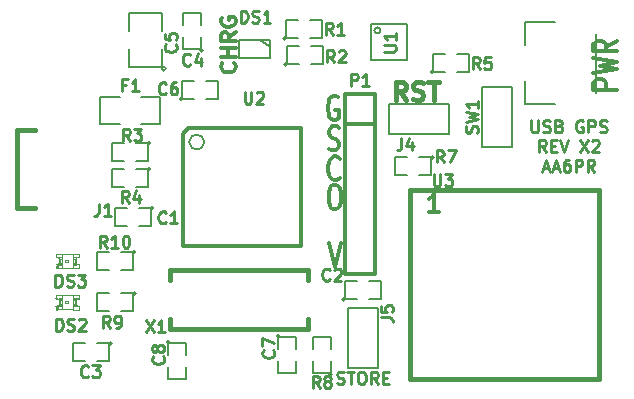
<source format=gto>
G04 (created by PCBNEW (2013-05-31 BZR 4019)-stable) date 7/20/2013 3:51:13 PM*
%MOIN*%
G04 Gerber Fmt 3.4, Leading zero omitted, Abs format*
%FSLAX34Y34*%
G01*
G70*
G90*
G04 APERTURE LIST*
%ADD10C,0.00590551*%
%ADD11C,0.012*%
%ADD12C,0.01*%
%ADD13C,0.015*%
%ADD14C,0.008*%
%ADD15C,0.005*%
%ADD16C,0.0026*%
%ADD17C,0.004*%
%ADD18C,0.002*%
%ADD19C,0.006*%
G04 APERTURE END LIST*
G54D10*
G54D11*
X18454Y-11807D02*
X18478Y-11830D01*
X18502Y-11902D01*
X18502Y-11950D01*
X18478Y-12021D01*
X18430Y-12069D01*
X18383Y-12092D01*
X18288Y-12116D01*
X18216Y-12116D01*
X18121Y-12092D01*
X18073Y-12069D01*
X18026Y-12021D01*
X18002Y-11950D01*
X18002Y-11902D01*
X18026Y-11830D01*
X18050Y-11807D01*
X18502Y-11592D02*
X18002Y-11592D01*
X18240Y-11592D02*
X18240Y-11307D01*
X18502Y-11307D02*
X18002Y-11307D01*
X18502Y-10783D02*
X18264Y-10950D01*
X18502Y-11069D02*
X18002Y-11069D01*
X18002Y-10878D01*
X18026Y-10830D01*
X18050Y-10807D01*
X18097Y-10783D01*
X18169Y-10783D01*
X18216Y-10807D01*
X18240Y-10830D01*
X18264Y-10878D01*
X18264Y-11069D01*
X18026Y-10307D02*
X18002Y-10354D01*
X18002Y-10426D01*
X18026Y-10497D01*
X18073Y-10545D01*
X18121Y-10569D01*
X18216Y-10592D01*
X18288Y-10592D01*
X18383Y-10569D01*
X18430Y-10545D01*
X18478Y-10497D01*
X18502Y-10426D01*
X18502Y-10378D01*
X18478Y-10307D01*
X18454Y-10283D01*
X18288Y-10283D01*
X18288Y-10378D01*
X21600Y-17798D02*
X21800Y-18598D01*
X22000Y-17798D01*
X21742Y-15873D02*
X21857Y-15873D01*
X21914Y-15911D01*
X21971Y-15988D01*
X22000Y-16140D01*
X22000Y-16407D01*
X21971Y-16559D01*
X21914Y-16635D01*
X21857Y-16673D01*
X21742Y-16673D01*
X21685Y-16635D01*
X21628Y-16559D01*
X21600Y-16407D01*
X21600Y-16140D01*
X21628Y-15988D01*
X21685Y-15911D01*
X21742Y-15873D01*
X21960Y-15647D02*
X21932Y-15685D01*
X21846Y-15723D01*
X21789Y-15723D01*
X21703Y-15685D01*
X21646Y-15609D01*
X21617Y-15533D01*
X21589Y-15380D01*
X21589Y-15266D01*
X21617Y-15114D01*
X21646Y-15038D01*
X21703Y-14961D01*
X21789Y-14923D01*
X21846Y-14923D01*
X21932Y-14961D01*
X21960Y-15000D01*
X21603Y-14685D02*
X21689Y-14723D01*
X21832Y-14723D01*
X21889Y-14685D01*
X21917Y-14647D01*
X21946Y-14571D01*
X21946Y-14495D01*
X21917Y-14419D01*
X21889Y-14380D01*
X21832Y-14342D01*
X21717Y-14304D01*
X21660Y-14266D01*
X21632Y-14228D01*
X21603Y-14152D01*
X21603Y-14076D01*
X21632Y-14000D01*
X21660Y-13961D01*
X21717Y-13923D01*
X21860Y-13923D01*
X21946Y-13961D01*
X21909Y-12947D02*
X21851Y-12909D01*
X21766Y-12909D01*
X21680Y-12947D01*
X21623Y-13023D01*
X21594Y-13100D01*
X21566Y-13252D01*
X21566Y-13366D01*
X21594Y-13519D01*
X21623Y-13595D01*
X21680Y-13671D01*
X21766Y-13709D01*
X21823Y-13709D01*
X21909Y-13671D01*
X21937Y-13633D01*
X21937Y-13366D01*
X21823Y-13366D01*
G54D12*
X21879Y-22485D02*
X21936Y-22504D01*
X22031Y-22504D01*
X22069Y-22485D01*
X22088Y-22466D01*
X22107Y-22428D01*
X22107Y-22390D01*
X22088Y-22352D01*
X22069Y-22332D01*
X22031Y-22313D01*
X21955Y-22294D01*
X21917Y-22275D01*
X21898Y-22256D01*
X21879Y-22218D01*
X21879Y-22180D01*
X21898Y-22142D01*
X21917Y-22123D01*
X21955Y-22104D01*
X22050Y-22104D01*
X22107Y-22123D01*
X22221Y-22104D02*
X22450Y-22104D01*
X22336Y-22504D02*
X22336Y-22104D01*
X22660Y-22104D02*
X22736Y-22104D01*
X22774Y-22123D01*
X22812Y-22161D01*
X22831Y-22237D01*
X22831Y-22371D01*
X22812Y-22447D01*
X22774Y-22485D01*
X22736Y-22504D01*
X22660Y-22504D01*
X22621Y-22485D01*
X22583Y-22447D01*
X22564Y-22371D01*
X22564Y-22237D01*
X22583Y-22161D01*
X22621Y-22123D01*
X22660Y-22104D01*
X23231Y-22504D02*
X23098Y-22313D01*
X23002Y-22504D02*
X23002Y-22104D01*
X23155Y-22104D01*
X23193Y-22123D01*
X23212Y-22142D01*
X23231Y-22180D01*
X23231Y-22237D01*
X23212Y-22275D01*
X23193Y-22294D01*
X23155Y-22313D01*
X23002Y-22313D01*
X23402Y-22294D02*
X23536Y-22294D01*
X23593Y-22504D02*
X23402Y-22504D01*
X23402Y-22104D01*
X23593Y-22104D01*
G54D11*
X31223Y-12700D02*
X30423Y-12700D01*
X30423Y-12471D01*
X30461Y-12414D01*
X30500Y-12385D01*
X30576Y-12357D01*
X30690Y-12357D01*
X30766Y-12385D01*
X30804Y-12414D01*
X30842Y-12471D01*
X30842Y-12700D01*
X30423Y-12157D02*
X31223Y-12014D01*
X30652Y-11900D01*
X31223Y-11785D01*
X30423Y-11642D01*
X31223Y-11071D02*
X30842Y-11271D01*
X31223Y-11414D02*
X30423Y-11414D01*
X30423Y-11185D01*
X30461Y-11128D01*
X30500Y-11100D01*
X30576Y-11071D01*
X30690Y-11071D01*
X30766Y-11100D01*
X30804Y-11128D01*
X30842Y-11185D01*
X30842Y-11414D01*
G54D13*
X24179Y-13038D02*
X23979Y-12752D01*
X23836Y-13038D02*
X23836Y-12438D01*
X24065Y-12438D01*
X24122Y-12466D01*
X24150Y-12495D01*
X24179Y-12552D01*
X24179Y-12638D01*
X24150Y-12695D01*
X24122Y-12723D01*
X24065Y-12752D01*
X23836Y-12752D01*
X24407Y-13009D02*
X24493Y-13038D01*
X24636Y-13038D01*
X24693Y-13009D01*
X24722Y-12980D01*
X24750Y-12923D01*
X24750Y-12866D01*
X24722Y-12809D01*
X24693Y-12780D01*
X24636Y-12752D01*
X24522Y-12723D01*
X24465Y-12695D01*
X24436Y-12666D01*
X24407Y-12609D01*
X24407Y-12552D01*
X24436Y-12495D01*
X24465Y-12466D01*
X24522Y-12438D01*
X24665Y-12438D01*
X24750Y-12466D01*
X24922Y-12438D02*
X25265Y-12438D01*
X25093Y-13038D02*
X25093Y-12438D01*
G54D12*
X28352Y-13711D02*
X28352Y-14035D01*
X28371Y-14073D01*
X28390Y-14092D01*
X28428Y-14111D01*
X28504Y-14111D01*
X28542Y-14092D01*
X28561Y-14073D01*
X28580Y-14035D01*
X28580Y-13711D01*
X28752Y-14092D02*
X28809Y-14111D01*
X28904Y-14111D01*
X28942Y-14092D01*
X28961Y-14073D01*
X28980Y-14035D01*
X28980Y-13997D01*
X28961Y-13959D01*
X28942Y-13940D01*
X28904Y-13921D01*
X28828Y-13902D01*
X28790Y-13883D01*
X28771Y-13864D01*
X28752Y-13826D01*
X28752Y-13788D01*
X28771Y-13750D01*
X28790Y-13730D01*
X28828Y-13711D01*
X28923Y-13711D01*
X28980Y-13730D01*
X29285Y-13902D02*
X29342Y-13921D01*
X29361Y-13940D01*
X29380Y-13978D01*
X29380Y-14035D01*
X29361Y-14073D01*
X29342Y-14092D01*
X29304Y-14111D01*
X29152Y-14111D01*
X29152Y-13711D01*
X29285Y-13711D01*
X29323Y-13730D01*
X29342Y-13750D01*
X29361Y-13788D01*
X29361Y-13826D01*
X29342Y-13864D01*
X29323Y-13883D01*
X29285Y-13902D01*
X29152Y-13902D01*
X30066Y-13730D02*
X30028Y-13711D01*
X29971Y-13711D01*
X29914Y-13730D01*
X29876Y-13769D01*
X29857Y-13807D01*
X29838Y-13883D01*
X29838Y-13940D01*
X29857Y-14016D01*
X29876Y-14054D01*
X29914Y-14092D01*
X29971Y-14111D01*
X30009Y-14111D01*
X30066Y-14092D01*
X30085Y-14073D01*
X30085Y-13940D01*
X30009Y-13940D01*
X30257Y-14111D02*
X30257Y-13711D01*
X30409Y-13711D01*
X30447Y-13730D01*
X30466Y-13750D01*
X30485Y-13788D01*
X30485Y-13845D01*
X30466Y-13883D01*
X30447Y-13902D01*
X30409Y-13921D01*
X30257Y-13921D01*
X30638Y-14092D02*
X30695Y-14111D01*
X30790Y-14111D01*
X30828Y-14092D01*
X30847Y-14073D01*
X30866Y-14035D01*
X30866Y-13997D01*
X30847Y-13959D01*
X30828Y-13940D01*
X30790Y-13921D01*
X30714Y-13902D01*
X30676Y-13883D01*
X30657Y-13864D01*
X30638Y-13826D01*
X30638Y-13788D01*
X30657Y-13750D01*
X30676Y-13730D01*
X30714Y-13711D01*
X30809Y-13711D01*
X30866Y-13730D01*
X28838Y-14771D02*
X28704Y-14581D01*
X28609Y-14771D02*
X28609Y-14371D01*
X28761Y-14371D01*
X28800Y-14390D01*
X28819Y-14410D01*
X28838Y-14448D01*
X28838Y-14505D01*
X28819Y-14543D01*
X28800Y-14562D01*
X28761Y-14581D01*
X28609Y-14581D01*
X29009Y-14562D02*
X29142Y-14562D01*
X29200Y-14771D02*
X29009Y-14771D01*
X29009Y-14371D01*
X29200Y-14371D01*
X29314Y-14371D02*
X29447Y-14771D01*
X29580Y-14371D01*
X29980Y-14371D02*
X30247Y-14771D01*
X30247Y-14371D02*
X29980Y-14771D01*
X30380Y-14410D02*
X30400Y-14390D01*
X30438Y-14371D01*
X30533Y-14371D01*
X30571Y-14390D01*
X30590Y-14410D01*
X30609Y-14448D01*
X30609Y-14486D01*
X30590Y-14543D01*
X30361Y-14771D01*
X30609Y-14771D01*
X28742Y-15317D02*
X28933Y-15317D01*
X28704Y-15431D02*
X28838Y-15031D01*
X28971Y-15431D01*
X29085Y-15317D02*
X29276Y-15317D01*
X29047Y-15431D02*
X29180Y-15031D01*
X29314Y-15431D01*
X29619Y-15031D02*
X29542Y-15031D01*
X29504Y-15050D01*
X29485Y-15070D01*
X29447Y-15127D01*
X29428Y-15203D01*
X29428Y-15355D01*
X29447Y-15393D01*
X29466Y-15412D01*
X29504Y-15431D01*
X29580Y-15431D01*
X29619Y-15412D01*
X29638Y-15393D01*
X29657Y-15355D01*
X29657Y-15260D01*
X29638Y-15222D01*
X29619Y-15203D01*
X29580Y-15184D01*
X29504Y-15184D01*
X29466Y-15203D01*
X29447Y-15222D01*
X29428Y-15260D01*
X29828Y-15431D02*
X29828Y-15031D01*
X29980Y-15031D01*
X30019Y-15050D01*
X30038Y-15070D01*
X30057Y-15108D01*
X30057Y-15165D01*
X30038Y-15203D01*
X30019Y-15222D01*
X29980Y-15241D01*
X29828Y-15241D01*
X30457Y-15431D02*
X30323Y-15241D01*
X30228Y-15431D02*
X30228Y-15031D01*
X30380Y-15031D01*
X30419Y-15050D01*
X30438Y-15070D01*
X30457Y-15108D01*
X30457Y-15165D01*
X30438Y-15203D01*
X30419Y-15222D01*
X30380Y-15241D01*
X30228Y-15241D01*
G54D14*
X23322Y-10722D02*
G75*
G03X23322Y-10722I-100J0D01*
G74*
G01*
X23022Y-11722D02*
X23022Y-10522D01*
X23022Y-10522D02*
X24222Y-10522D01*
X24222Y-10522D02*
X24222Y-11722D01*
X24222Y-11722D02*
X23022Y-11722D01*
G54D13*
X11220Y-14054D02*
X11811Y-14054D01*
X11220Y-16652D02*
X11811Y-16652D01*
X11220Y-14054D02*
X11220Y-16652D01*
G54D15*
X20167Y-10988D02*
G75*
G03X20167Y-10988I-50J0D01*
G74*
G01*
X20567Y-10988D02*
X20167Y-10988D01*
X20167Y-10988D02*
X20167Y-10388D01*
X20167Y-10388D02*
X20567Y-10388D01*
X20967Y-10388D02*
X21367Y-10388D01*
X21367Y-10388D02*
X21367Y-10988D01*
X21367Y-10988D02*
X20967Y-10988D01*
X20207Y-11855D02*
G75*
G03X20207Y-11855I-50J0D01*
G74*
G01*
X20607Y-11855D02*
X20207Y-11855D01*
X20207Y-11855D02*
X20207Y-11255D01*
X20207Y-11255D02*
X20607Y-11255D01*
X21007Y-11255D02*
X21407Y-11255D01*
X21407Y-11255D02*
X21407Y-11855D01*
X21407Y-11855D02*
X21007Y-11855D01*
X15660Y-14463D02*
G75*
G03X15660Y-14463I-50J0D01*
G74*
G01*
X15160Y-14463D02*
X15560Y-14463D01*
X15560Y-14463D02*
X15560Y-15063D01*
X15560Y-15063D02*
X15160Y-15063D01*
X14760Y-15063D02*
X14360Y-15063D01*
X14360Y-15063D02*
X14360Y-14463D01*
X14360Y-14463D02*
X14760Y-14463D01*
X15660Y-15349D02*
G75*
G03X15660Y-15349I-50J0D01*
G74*
G01*
X15160Y-15349D02*
X15560Y-15349D01*
X15560Y-15349D02*
X15560Y-15949D01*
X15560Y-15949D02*
X15160Y-15949D01*
X14760Y-15949D02*
X14360Y-15949D01*
X14360Y-15949D02*
X14360Y-15349D01*
X14360Y-15349D02*
X14760Y-15349D01*
X25088Y-12111D02*
G75*
G03X25088Y-12111I-50J0D01*
G74*
G01*
X25488Y-12111D02*
X25088Y-12111D01*
X25088Y-12111D02*
X25088Y-11511D01*
X25088Y-11511D02*
X25488Y-11511D01*
X25888Y-11511D02*
X26288Y-11511D01*
X26288Y-11511D02*
X26288Y-12111D01*
X26288Y-12111D02*
X25888Y-12111D01*
X25109Y-14955D02*
G75*
G03X25109Y-14955I-50J0D01*
G74*
G01*
X24609Y-14955D02*
X25009Y-14955D01*
X25009Y-14955D02*
X25009Y-15555D01*
X25009Y-15555D02*
X24609Y-15555D01*
X24209Y-15555D02*
X23809Y-15555D01*
X23809Y-15555D02*
X23809Y-14955D01*
X23809Y-14955D02*
X24209Y-14955D01*
X15168Y-19483D02*
G75*
G03X15168Y-19483I-50J0D01*
G74*
G01*
X14668Y-19483D02*
X15068Y-19483D01*
X15068Y-19483D02*
X15068Y-20083D01*
X15068Y-20083D02*
X14668Y-20083D01*
X14268Y-20083D02*
X13868Y-20083D01*
X13868Y-20083D02*
X13868Y-19483D01*
X13868Y-19483D02*
X14268Y-19483D01*
X15759Y-16629D02*
G75*
G03X15759Y-16629I-50J0D01*
G74*
G01*
X15259Y-16629D02*
X15659Y-16629D01*
X15659Y-16629D02*
X15659Y-17229D01*
X15659Y-17229D02*
X15259Y-17229D01*
X14859Y-17229D02*
X14459Y-17229D01*
X14459Y-17229D02*
X14459Y-16629D01*
X14459Y-16629D02*
X14859Y-16629D01*
X22136Y-19689D02*
G75*
G03X22136Y-19689I-50J0D01*
G74*
G01*
X22536Y-19689D02*
X22136Y-19689D01*
X22136Y-19689D02*
X22136Y-19089D01*
X22136Y-19089D02*
X22536Y-19089D01*
X22936Y-19089D02*
X23336Y-19089D01*
X23336Y-19089D02*
X23336Y-19689D01*
X23336Y-19689D02*
X22936Y-19689D01*
X14381Y-21156D02*
G75*
G03X14381Y-21156I-50J0D01*
G74*
G01*
X13881Y-21156D02*
X14281Y-21156D01*
X14281Y-21156D02*
X14281Y-21756D01*
X14281Y-21756D02*
X13881Y-21756D01*
X13481Y-21756D02*
X13081Y-21756D01*
X13081Y-21756D02*
X13081Y-21156D01*
X13081Y-21156D02*
X13481Y-21156D01*
X16723Y-12996D02*
G75*
G03X16723Y-12996I-50J0D01*
G74*
G01*
X17123Y-12996D02*
X16723Y-12996D01*
X16723Y-12996D02*
X16723Y-12396D01*
X16723Y-12396D02*
X17123Y-12396D01*
X17523Y-12396D02*
X17923Y-12396D01*
X17923Y-12396D02*
X17923Y-12996D01*
X17923Y-12996D02*
X17523Y-12996D01*
X19950Y-20900D02*
G75*
G03X19950Y-20900I-50J0D01*
G74*
G01*
X19900Y-21350D02*
X19900Y-20950D01*
X19900Y-20950D02*
X20500Y-20950D01*
X20500Y-20950D02*
X20500Y-21350D01*
X20500Y-21750D02*
X20500Y-22150D01*
X20500Y-22150D02*
X19900Y-22150D01*
X19900Y-22150D02*
X19900Y-21750D01*
X16285Y-21101D02*
G75*
G03X16285Y-21101I-50J0D01*
G74*
G01*
X16235Y-21551D02*
X16235Y-21151D01*
X16235Y-21151D02*
X16835Y-21151D01*
X16835Y-21151D02*
X16835Y-21551D01*
X16835Y-21951D02*
X16835Y-22351D01*
X16835Y-22351D02*
X16235Y-22351D01*
X16235Y-22351D02*
X16235Y-21951D01*
X15975Y-13825D02*
X15975Y-12925D01*
X15975Y-12925D02*
X15325Y-12925D01*
X14625Y-13825D02*
X13975Y-13825D01*
X13975Y-13825D02*
X13975Y-12925D01*
X13975Y-12925D02*
X14625Y-12925D01*
X15325Y-13825D02*
X15975Y-13825D01*
G54D13*
X20905Y-18701D02*
X16299Y-18701D01*
X16299Y-20669D02*
X20905Y-20669D01*
X16299Y-18701D02*
X16299Y-19035D01*
X16299Y-20669D02*
X16299Y-20335D01*
X20905Y-18701D02*
X20905Y-19035D01*
X20905Y-20669D02*
X20905Y-20335D01*
G54D16*
X12697Y-18287D02*
X12697Y-18159D01*
X12697Y-18159D02*
X12500Y-18159D01*
X12500Y-18287D02*
X12500Y-18159D01*
X12697Y-18287D02*
X12500Y-18287D01*
X12697Y-18532D02*
X12697Y-18473D01*
X12697Y-18473D02*
X12598Y-18473D01*
X12598Y-18532D02*
X12598Y-18473D01*
X12697Y-18532D02*
X12598Y-18532D01*
X12697Y-18337D02*
X12697Y-18278D01*
X12697Y-18278D02*
X12598Y-18278D01*
X12598Y-18337D02*
X12598Y-18278D01*
X12697Y-18337D02*
X12598Y-18337D01*
X12697Y-18483D02*
X12697Y-18327D01*
X12697Y-18327D02*
X12628Y-18327D01*
X12628Y-18483D02*
X12628Y-18327D01*
X12697Y-18483D02*
X12628Y-18483D01*
X13286Y-18287D02*
X13286Y-18159D01*
X13286Y-18159D02*
X13089Y-18159D01*
X13089Y-18287D02*
X13089Y-18159D01*
X13286Y-18287D02*
X13089Y-18287D01*
X13286Y-18651D02*
X13286Y-18523D01*
X13286Y-18523D02*
X13089Y-18523D01*
X13089Y-18651D02*
X13089Y-18523D01*
X13286Y-18651D02*
X13089Y-18651D01*
X13188Y-18337D02*
X13188Y-18278D01*
X13188Y-18278D02*
X13089Y-18278D01*
X13089Y-18337D02*
X13089Y-18278D01*
X13188Y-18337D02*
X13089Y-18337D01*
X13188Y-18532D02*
X13188Y-18473D01*
X13188Y-18473D02*
X13089Y-18473D01*
X13089Y-18532D02*
X13089Y-18473D01*
X13188Y-18532D02*
X13089Y-18532D01*
X13158Y-18483D02*
X13158Y-18327D01*
X13158Y-18327D02*
X13089Y-18327D01*
X13089Y-18483D02*
X13089Y-18327D01*
X13158Y-18483D02*
X13089Y-18483D01*
X12893Y-18444D02*
X12893Y-18366D01*
X12893Y-18366D02*
X12815Y-18366D01*
X12815Y-18444D02*
X12815Y-18366D01*
X12893Y-18444D02*
X12815Y-18444D01*
X12697Y-18641D02*
X12697Y-18523D01*
X12697Y-18523D02*
X12579Y-18523D01*
X12579Y-18641D02*
X12579Y-18523D01*
X12697Y-18641D02*
X12579Y-18641D01*
X12529Y-18651D02*
X12529Y-18562D01*
X12529Y-18562D02*
X12500Y-18562D01*
X12500Y-18651D02*
X12500Y-18562D01*
X12529Y-18651D02*
X12500Y-18651D01*
G54D17*
X12687Y-18179D02*
X13099Y-18179D01*
X13089Y-18631D02*
X12529Y-18631D01*
G54D18*
X12587Y-18582D02*
G75*
G03X12587Y-18582I-28J0D01*
G74*
G01*
G54D17*
X12500Y-18542D02*
G75*
G03X12500Y-18268I0J137D01*
G74*
G01*
X13286Y-18268D02*
G75*
G03X13286Y-18542I0J-137D01*
G74*
G01*
G54D16*
X12697Y-19665D02*
X12697Y-19537D01*
X12697Y-19537D02*
X12500Y-19537D01*
X12500Y-19665D02*
X12500Y-19537D01*
X12697Y-19665D02*
X12500Y-19665D01*
X12697Y-19910D02*
X12697Y-19851D01*
X12697Y-19851D02*
X12598Y-19851D01*
X12598Y-19910D02*
X12598Y-19851D01*
X12697Y-19910D02*
X12598Y-19910D01*
X12697Y-19715D02*
X12697Y-19656D01*
X12697Y-19656D02*
X12598Y-19656D01*
X12598Y-19715D02*
X12598Y-19656D01*
X12697Y-19715D02*
X12598Y-19715D01*
X12697Y-19861D02*
X12697Y-19705D01*
X12697Y-19705D02*
X12628Y-19705D01*
X12628Y-19861D02*
X12628Y-19705D01*
X12697Y-19861D02*
X12628Y-19861D01*
X13286Y-19665D02*
X13286Y-19537D01*
X13286Y-19537D02*
X13089Y-19537D01*
X13089Y-19665D02*
X13089Y-19537D01*
X13286Y-19665D02*
X13089Y-19665D01*
X13286Y-20029D02*
X13286Y-19901D01*
X13286Y-19901D02*
X13089Y-19901D01*
X13089Y-20029D02*
X13089Y-19901D01*
X13286Y-20029D02*
X13089Y-20029D01*
X13188Y-19715D02*
X13188Y-19656D01*
X13188Y-19656D02*
X13089Y-19656D01*
X13089Y-19715D02*
X13089Y-19656D01*
X13188Y-19715D02*
X13089Y-19715D01*
X13188Y-19910D02*
X13188Y-19851D01*
X13188Y-19851D02*
X13089Y-19851D01*
X13089Y-19910D02*
X13089Y-19851D01*
X13188Y-19910D02*
X13089Y-19910D01*
X13158Y-19861D02*
X13158Y-19705D01*
X13158Y-19705D02*
X13089Y-19705D01*
X13089Y-19861D02*
X13089Y-19705D01*
X13158Y-19861D02*
X13089Y-19861D01*
X12893Y-19822D02*
X12893Y-19744D01*
X12893Y-19744D02*
X12815Y-19744D01*
X12815Y-19822D02*
X12815Y-19744D01*
X12893Y-19822D02*
X12815Y-19822D01*
X12697Y-20019D02*
X12697Y-19901D01*
X12697Y-19901D02*
X12579Y-19901D01*
X12579Y-20019D02*
X12579Y-19901D01*
X12697Y-20019D02*
X12579Y-20019D01*
X12529Y-20029D02*
X12529Y-19940D01*
X12529Y-19940D02*
X12500Y-19940D01*
X12500Y-20029D02*
X12500Y-19940D01*
X12529Y-20029D02*
X12500Y-20029D01*
G54D17*
X12687Y-19557D02*
X13099Y-19557D01*
X13089Y-20009D02*
X12529Y-20009D01*
G54D18*
X12587Y-19960D02*
G75*
G03X12587Y-19960I-28J0D01*
G74*
G01*
G54D17*
X12500Y-19920D02*
G75*
G03X12500Y-19646I0J137D01*
G74*
G01*
X13286Y-19646D02*
G75*
G03X13286Y-19920I0J-137D01*
G74*
G01*
G54D19*
X23606Y-14181D02*
X23606Y-13181D01*
X23606Y-13181D02*
X25606Y-13181D01*
X25606Y-13181D02*
X25606Y-14181D01*
X25606Y-14181D02*
X23606Y-14181D01*
X22236Y-19964D02*
X23236Y-19964D01*
X23236Y-19964D02*
X23236Y-21964D01*
X23236Y-21964D02*
X22236Y-21964D01*
X22236Y-21964D02*
X22236Y-19964D01*
G54D15*
X15168Y-18105D02*
G75*
G03X15168Y-18105I-50J0D01*
G74*
G01*
X14668Y-18105D02*
X15068Y-18105D01*
X15068Y-18105D02*
X15068Y-18705D01*
X15068Y-18705D02*
X14668Y-18705D01*
X14268Y-18705D02*
X13868Y-18705D01*
X13868Y-18705D02*
X13868Y-18105D01*
X13868Y-18105D02*
X14268Y-18105D01*
X19314Y-11038D02*
X19614Y-11238D01*
X18614Y-11038D02*
X19639Y-11038D01*
X19639Y-11038D02*
X19639Y-11638D01*
X19639Y-11638D02*
X18614Y-11638D01*
X18614Y-11638D02*
X18614Y-11038D01*
G54D13*
X24310Y-19192D02*
X24310Y-16042D01*
X24310Y-16042D02*
X30610Y-16042D01*
X30610Y-16042D02*
X30610Y-21554D01*
X30610Y-21554D02*
X30610Y-22342D01*
X30610Y-22342D02*
X24310Y-22342D01*
X24310Y-22342D02*
X24310Y-19192D01*
G54D15*
X17400Y-11400D02*
G75*
G03X17400Y-11400I-50J0D01*
G74*
G01*
X17350Y-10950D02*
X17350Y-11350D01*
X17350Y-11350D02*
X16750Y-11350D01*
X16750Y-11350D02*
X16750Y-10950D01*
X16750Y-10550D02*
X16750Y-10150D01*
X16750Y-10150D02*
X17350Y-10150D01*
X17350Y-10150D02*
X17350Y-10550D01*
X16170Y-12000D02*
G75*
G03X16170Y-12000I-70J0D01*
G74*
G01*
X14950Y-11350D02*
X14950Y-11950D01*
X14950Y-11950D02*
X16050Y-11950D01*
X16050Y-11950D02*
X16050Y-11350D01*
X16050Y-10750D02*
X16050Y-10150D01*
X16050Y-10150D02*
X14950Y-10150D01*
X14950Y-10150D02*
X14950Y-10750D01*
X21708Y-22205D02*
G75*
G03X21708Y-22205I-50J0D01*
G74*
G01*
X21658Y-21755D02*
X21658Y-22155D01*
X21658Y-22155D02*
X21058Y-22155D01*
X21058Y-22155D02*
X21058Y-21755D01*
X21058Y-21355D02*
X21058Y-20955D01*
X21058Y-20955D02*
X21658Y-20955D01*
X21658Y-20955D02*
X21658Y-21355D01*
G54D11*
X20670Y-13974D02*
X20670Y-17914D01*
X20670Y-17914D02*
X16730Y-17914D01*
X16730Y-14164D02*
X16730Y-17914D01*
X16920Y-13974D02*
X20670Y-13974D01*
X16730Y-14164D02*
X16920Y-13974D01*
G54D14*
X17450Y-14444D02*
G75*
G03X17450Y-14444I-250J0D01*
G74*
G01*
G54D11*
X22137Y-12846D02*
X23137Y-12846D01*
X23137Y-12846D02*
X23137Y-18846D01*
X23137Y-18846D02*
X22137Y-18846D01*
X22137Y-18846D02*
X22137Y-12846D01*
X22137Y-13846D02*
X23137Y-13846D01*
G54D10*
X28149Y-12401D02*
X28149Y-13188D01*
X28149Y-13188D02*
X29133Y-13188D01*
X29133Y-10433D02*
X28149Y-10433D01*
X28149Y-10433D02*
X28149Y-11220D01*
X30511Y-10826D02*
X30511Y-12795D01*
G54D19*
X26700Y-12600D02*
X27700Y-12600D01*
X27700Y-12600D02*
X27700Y-14600D01*
X27700Y-14600D02*
X26700Y-14600D01*
X26700Y-14600D02*
X26700Y-12600D01*
G54D12*
X23430Y-11432D02*
X23754Y-11432D01*
X23792Y-11413D01*
X23811Y-11394D01*
X23830Y-11356D01*
X23830Y-11280D01*
X23811Y-11242D01*
X23792Y-11223D01*
X23754Y-11204D01*
X23430Y-11204D01*
X23830Y-10804D02*
X23830Y-11032D01*
X23830Y-10918D02*
X23430Y-10918D01*
X23488Y-10956D01*
X23526Y-10994D01*
X23545Y-11032D01*
X13941Y-16493D02*
X13941Y-16779D01*
X13922Y-16836D01*
X13884Y-16874D01*
X13827Y-16893D01*
X13789Y-16893D01*
X14341Y-16893D02*
X14113Y-16893D01*
X14227Y-16893D02*
X14227Y-16493D01*
X14189Y-16551D01*
X14151Y-16589D01*
X14113Y-16608D01*
X21733Y-10861D02*
X21600Y-10671D01*
X21504Y-10861D02*
X21504Y-10461D01*
X21657Y-10461D01*
X21695Y-10480D01*
X21714Y-10500D01*
X21733Y-10538D01*
X21733Y-10595D01*
X21714Y-10633D01*
X21695Y-10652D01*
X21657Y-10671D01*
X21504Y-10671D01*
X22114Y-10861D02*
X21885Y-10861D01*
X22000Y-10861D02*
X22000Y-10461D01*
X21961Y-10519D01*
X21923Y-10557D01*
X21885Y-10576D01*
X21783Y-11786D02*
X21650Y-11596D01*
X21554Y-11786D02*
X21554Y-11386D01*
X21707Y-11386D01*
X21745Y-11405D01*
X21764Y-11425D01*
X21783Y-11463D01*
X21783Y-11520D01*
X21764Y-11558D01*
X21745Y-11577D01*
X21707Y-11596D01*
X21554Y-11596D01*
X21935Y-11425D02*
X21954Y-11405D01*
X21992Y-11386D01*
X22088Y-11386D01*
X22126Y-11405D01*
X22145Y-11425D01*
X22164Y-11463D01*
X22164Y-11501D01*
X22145Y-11558D01*
X21916Y-11786D01*
X22164Y-11786D01*
X14973Y-14401D02*
X14840Y-14211D01*
X14744Y-14401D02*
X14744Y-14001D01*
X14897Y-14001D01*
X14935Y-14020D01*
X14954Y-14040D01*
X14973Y-14078D01*
X14973Y-14135D01*
X14954Y-14173D01*
X14935Y-14192D01*
X14897Y-14211D01*
X14744Y-14211D01*
X15106Y-14001D02*
X15354Y-14001D01*
X15220Y-14154D01*
X15278Y-14154D01*
X15316Y-14173D01*
X15335Y-14192D01*
X15354Y-14230D01*
X15354Y-14325D01*
X15335Y-14363D01*
X15316Y-14382D01*
X15278Y-14401D01*
X15163Y-14401D01*
X15125Y-14382D01*
X15106Y-14363D01*
X14933Y-16461D02*
X14800Y-16271D01*
X14704Y-16461D02*
X14704Y-16061D01*
X14857Y-16061D01*
X14895Y-16080D01*
X14914Y-16100D01*
X14933Y-16138D01*
X14933Y-16195D01*
X14914Y-16233D01*
X14895Y-16252D01*
X14857Y-16271D01*
X14704Y-16271D01*
X15276Y-16195D02*
X15276Y-16461D01*
X15180Y-16042D02*
X15085Y-16328D01*
X15333Y-16328D01*
X26633Y-12011D02*
X26500Y-11821D01*
X26404Y-12011D02*
X26404Y-11611D01*
X26557Y-11611D01*
X26595Y-11630D01*
X26614Y-11650D01*
X26633Y-11688D01*
X26633Y-11745D01*
X26614Y-11783D01*
X26595Y-11802D01*
X26557Y-11821D01*
X26404Y-11821D01*
X26995Y-11611D02*
X26804Y-11611D01*
X26785Y-11802D01*
X26804Y-11783D01*
X26842Y-11764D01*
X26938Y-11764D01*
X26976Y-11783D01*
X26995Y-11802D01*
X27014Y-11840D01*
X27014Y-11935D01*
X26995Y-11973D01*
X26976Y-11992D01*
X26938Y-12011D01*
X26842Y-12011D01*
X26804Y-11992D01*
X26785Y-11973D01*
X25425Y-15122D02*
X25292Y-14932D01*
X25196Y-15122D02*
X25196Y-14722D01*
X25349Y-14722D01*
X25387Y-14741D01*
X25406Y-14760D01*
X25425Y-14798D01*
X25425Y-14855D01*
X25406Y-14893D01*
X25387Y-14913D01*
X25349Y-14932D01*
X25196Y-14932D01*
X25558Y-14722D02*
X25825Y-14722D01*
X25654Y-15122D01*
X14303Y-20634D02*
X14170Y-20443D01*
X14074Y-20634D02*
X14074Y-20234D01*
X14227Y-20234D01*
X14265Y-20253D01*
X14284Y-20272D01*
X14303Y-20310D01*
X14303Y-20367D01*
X14284Y-20405D01*
X14265Y-20424D01*
X14227Y-20443D01*
X14074Y-20443D01*
X14493Y-20634D02*
X14570Y-20634D01*
X14608Y-20615D01*
X14627Y-20596D01*
X14665Y-20539D01*
X14684Y-20462D01*
X14684Y-20310D01*
X14665Y-20272D01*
X14646Y-20253D01*
X14608Y-20234D01*
X14531Y-20234D01*
X14493Y-20253D01*
X14474Y-20272D01*
X14455Y-20310D01*
X14455Y-20405D01*
X14474Y-20443D01*
X14493Y-20462D01*
X14531Y-20481D01*
X14608Y-20481D01*
X14646Y-20462D01*
X14665Y-20443D01*
X14684Y-20405D01*
X16172Y-17118D02*
X16153Y-17137D01*
X16096Y-17157D01*
X16058Y-17157D01*
X16000Y-17137D01*
X15962Y-17099D01*
X15943Y-17061D01*
X15924Y-16985D01*
X15924Y-16928D01*
X15943Y-16852D01*
X15962Y-16814D01*
X16000Y-16776D01*
X16058Y-16757D01*
X16096Y-16757D01*
X16153Y-16776D01*
X16172Y-16795D01*
X16553Y-17157D02*
X16324Y-17157D01*
X16439Y-17157D02*
X16439Y-16757D01*
X16400Y-16814D01*
X16362Y-16852D01*
X16324Y-16871D01*
X21633Y-19023D02*
X21614Y-19042D01*
X21557Y-19061D01*
X21519Y-19061D01*
X21461Y-19042D01*
X21423Y-19004D01*
X21404Y-18966D01*
X21385Y-18890D01*
X21385Y-18833D01*
X21404Y-18757D01*
X21423Y-18719D01*
X21461Y-18680D01*
X21519Y-18661D01*
X21557Y-18661D01*
X21614Y-18680D01*
X21633Y-18700D01*
X21785Y-18700D02*
X21804Y-18680D01*
X21842Y-18661D01*
X21938Y-18661D01*
X21976Y-18680D01*
X21995Y-18700D01*
X22014Y-18738D01*
X22014Y-18776D01*
X21995Y-18833D01*
X21766Y-19061D01*
X22014Y-19061D01*
X13583Y-22248D02*
X13564Y-22267D01*
X13507Y-22286D01*
X13469Y-22286D01*
X13411Y-22267D01*
X13373Y-22229D01*
X13354Y-22191D01*
X13335Y-22115D01*
X13335Y-22058D01*
X13354Y-21982D01*
X13373Y-21944D01*
X13411Y-21905D01*
X13469Y-21886D01*
X13507Y-21886D01*
X13564Y-21905D01*
X13583Y-21925D01*
X13716Y-21886D02*
X13964Y-21886D01*
X13830Y-22039D01*
X13888Y-22039D01*
X13926Y-22058D01*
X13945Y-22077D01*
X13964Y-22115D01*
X13964Y-22210D01*
X13945Y-22248D01*
X13926Y-22267D01*
X13888Y-22286D01*
X13773Y-22286D01*
X13735Y-22267D01*
X13716Y-22248D01*
X16173Y-12820D02*
X16154Y-12839D01*
X16097Y-12858D01*
X16059Y-12858D01*
X16002Y-12839D01*
X15963Y-12801D01*
X15944Y-12763D01*
X15925Y-12687D01*
X15925Y-12630D01*
X15944Y-12553D01*
X15963Y-12515D01*
X16002Y-12477D01*
X16059Y-12458D01*
X16097Y-12458D01*
X16154Y-12477D01*
X16173Y-12496D01*
X16516Y-12458D02*
X16440Y-12458D01*
X16402Y-12477D01*
X16383Y-12496D01*
X16344Y-12553D01*
X16325Y-12630D01*
X16325Y-12782D01*
X16344Y-12820D01*
X16363Y-12839D01*
X16402Y-12858D01*
X16478Y-12858D01*
X16516Y-12839D01*
X16535Y-12820D01*
X16554Y-12782D01*
X16554Y-12687D01*
X16535Y-12649D01*
X16516Y-12630D01*
X16478Y-12611D01*
X16402Y-12611D01*
X16363Y-12630D01*
X16344Y-12649D01*
X16325Y-12687D01*
X19751Y-21386D02*
X19770Y-21405D01*
X19789Y-21462D01*
X19789Y-21500D01*
X19770Y-21557D01*
X19732Y-21596D01*
X19694Y-21615D01*
X19618Y-21634D01*
X19560Y-21634D01*
X19484Y-21615D01*
X19446Y-21596D01*
X19408Y-21557D01*
X19389Y-21500D01*
X19389Y-21462D01*
X19408Y-21405D01*
X19427Y-21386D01*
X19389Y-21253D02*
X19389Y-20986D01*
X19789Y-21157D01*
X16073Y-21591D02*
X16092Y-21610D01*
X16111Y-21667D01*
X16111Y-21705D01*
X16092Y-21763D01*
X16054Y-21801D01*
X16016Y-21820D01*
X15940Y-21839D01*
X15883Y-21839D01*
X15807Y-21820D01*
X15769Y-21801D01*
X15730Y-21763D01*
X15711Y-21705D01*
X15711Y-21667D01*
X15730Y-21610D01*
X15750Y-21591D01*
X15883Y-21363D02*
X15864Y-21401D01*
X15845Y-21420D01*
X15807Y-21439D01*
X15788Y-21439D01*
X15750Y-21420D01*
X15730Y-21401D01*
X15711Y-21363D01*
X15711Y-21286D01*
X15730Y-21248D01*
X15750Y-21229D01*
X15788Y-21210D01*
X15807Y-21210D01*
X15845Y-21229D01*
X15864Y-21248D01*
X15883Y-21286D01*
X15883Y-21363D01*
X15902Y-21401D01*
X15921Y-21420D01*
X15959Y-21439D01*
X16035Y-21439D01*
X16073Y-21420D01*
X16092Y-21401D01*
X16111Y-21363D01*
X16111Y-21286D01*
X16092Y-21248D01*
X16073Y-21229D01*
X16035Y-21210D01*
X15959Y-21210D01*
X15921Y-21229D01*
X15902Y-21248D01*
X15883Y-21286D01*
X14841Y-12539D02*
X14708Y-12539D01*
X14708Y-12749D02*
X14708Y-12349D01*
X14898Y-12349D01*
X15260Y-12749D02*
X15032Y-12749D01*
X15146Y-12749D02*
X15146Y-12349D01*
X15108Y-12406D01*
X15070Y-12444D01*
X15032Y-12463D01*
X15501Y-20386D02*
X15767Y-20786D01*
X15767Y-20386D02*
X15501Y-20786D01*
X16129Y-20786D02*
X15901Y-20786D01*
X16015Y-20786D02*
X16015Y-20386D01*
X15977Y-20444D01*
X15939Y-20482D01*
X15901Y-20501D01*
X12489Y-19261D02*
X12489Y-18861D01*
X12584Y-18861D01*
X12641Y-18880D01*
X12679Y-18919D01*
X12698Y-18957D01*
X12717Y-19033D01*
X12717Y-19090D01*
X12698Y-19166D01*
X12679Y-19204D01*
X12641Y-19242D01*
X12584Y-19261D01*
X12489Y-19261D01*
X12870Y-19242D02*
X12927Y-19261D01*
X13022Y-19261D01*
X13060Y-19242D01*
X13079Y-19223D01*
X13098Y-19185D01*
X13098Y-19147D01*
X13079Y-19109D01*
X13060Y-19090D01*
X13022Y-19071D01*
X12946Y-19052D01*
X12908Y-19033D01*
X12889Y-19014D01*
X12870Y-18976D01*
X12870Y-18938D01*
X12889Y-18900D01*
X12908Y-18880D01*
X12946Y-18861D01*
X13041Y-18861D01*
X13098Y-18880D01*
X13232Y-18861D02*
X13479Y-18861D01*
X13346Y-19014D01*
X13403Y-19014D01*
X13441Y-19033D01*
X13460Y-19052D01*
X13479Y-19090D01*
X13479Y-19185D01*
X13460Y-19223D01*
X13441Y-19242D01*
X13403Y-19261D01*
X13289Y-19261D01*
X13251Y-19242D01*
X13232Y-19223D01*
X12505Y-20733D02*
X12505Y-20333D01*
X12601Y-20333D01*
X12658Y-20352D01*
X12696Y-20390D01*
X12715Y-20428D01*
X12734Y-20504D01*
X12734Y-20561D01*
X12715Y-20638D01*
X12696Y-20676D01*
X12658Y-20714D01*
X12601Y-20733D01*
X12505Y-20733D01*
X12886Y-20714D02*
X12944Y-20733D01*
X13039Y-20733D01*
X13077Y-20714D01*
X13096Y-20695D01*
X13115Y-20657D01*
X13115Y-20619D01*
X13096Y-20580D01*
X13077Y-20561D01*
X13039Y-20542D01*
X12963Y-20523D01*
X12925Y-20504D01*
X12905Y-20485D01*
X12886Y-20447D01*
X12886Y-20409D01*
X12905Y-20371D01*
X12925Y-20352D01*
X12963Y-20333D01*
X13058Y-20333D01*
X13115Y-20352D01*
X13267Y-20371D02*
X13286Y-20352D01*
X13325Y-20333D01*
X13420Y-20333D01*
X13458Y-20352D01*
X13477Y-20371D01*
X13496Y-20409D01*
X13496Y-20447D01*
X13477Y-20504D01*
X13248Y-20733D01*
X13496Y-20733D01*
X24016Y-14311D02*
X24016Y-14597D01*
X23997Y-14654D01*
X23959Y-14692D01*
X23902Y-14711D01*
X23864Y-14711D01*
X24378Y-14445D02*
X24378Y-14711D01*
X24283Y-14292D02*
X24188Y-14578D01*
X24435Y-14578D01*
X23336Y-20283D02*
X23622Y-20283D01*
X23679Y-20302D01*
X23717Y-20340D01*
X23736Y-20397D01*
X23736Y-20435D01*
X23336Y-19902D02*
X23336Y-20092D01*
X23527Y-20111D01*
X23508Y-20092D01*
X23489Y-20054D01*
X23489Y-19959D01*
X23508Y-19921D01*
X23527Y-19902D01*
X23565Y-19883D01*
X23660Y-19883D01*
X23698Y-19902D01*
X23717Y-19921D01*
X23736Y-19959D01*
X23736Y-20054D01*
X23717Y-20092D01*
X23698Y-20111D01*
X14192Y-17961D02*
X14059Y-17771D01*
X13964Y-17961D02*
X13964Y-17561D01*
X14116Y-17561D01*
X14154Y-17580D01*
X14173Y-17600D01*
X14192Y-17638D01*
X14192Y-17695D01*
X14173Y-17733D01*
X14154Y-17752D01*
X14116Y-17771D01*
X13964Y-17771D01*
X14573Y-17961D02*
X14345Y-17961D01*
X14459Y-17961D02*
X14459Y-17561D01*
X14421Y-17619D01*
X14383Y-17657D01*
X14345Y-17676D01*
X14821Y-17561D02*
X14859Y-17561D01*
X14897Y-17580D01*
X14916Y-17600D01*
X14935Y-17638D01*
X14954Y-17714D01*
X14954Y-17809D01*
X14935Y-17885D01*
X14916Y-17923D01*
X14897Y-17942D01*
X14859Y-17961D01*
X14821Y-17961D01*
X14783Y-17942D01*
X14764Y-17923D01*
X14745Y-17885D01*
X14726Y-17809D01*
X14726Y-17714D01*
X14745Y-17638D01*
X14764Y-17600D01*
X14783Y-17580D01*
X14821Y-17561D01*
X18664Y-10461D02*
X18664Y-10061D01*
X18759Y-10061D01*
X18816Y-10080D01*
X18854Y-10119D01*
X18873Y-10157D01*
X18892Y-10233D01*
X18892Y-10290D01*
X18873Y-10366D01*
X18854Y-10404D01*
X18816Y-10442D01*
X18759Y-10461D01*
X18664Y-10461D01*
X19045Y-10442D02*
X19102Y-10461D01*
X19197Y-10461D01*
X19235Y-10442D01*
X19254Y-10423D01*
X19273Y-10385D01*
X19273Y-10347D01*
X19254Y-10309D01*
X19235Y-10290D01*
X19197Y-10271D01*
X19121Y-10252D01*
X19083Y-10233D01*
X19064Y-10214D01*
X19045Y-10176D01*
X19045Y-10138D01*
X19064Y-10100D01*
X19083Y-10080D01*
X19121Y-10061D01*
X19216Y-10061D01*
X19273Y-10080D01*
X19654Y-10461D02*
X19426Y-10461D01*
X19540Y-10461D02*
X19540Y-10061D01*
X19502Y-10119D01*
X19464Y-10157D01*
X19426Y-10176D01*
X25095Y-15511D02*
X25095Y-15835D01*
X25114Y-15873D01*
X25133Y-15892D01*
X25171Y-15911D01*
X25247Y-15911D01*
X25285Y-15892D01*
X25304Y-15873D01*
X25323Y-15835D01*
X25323Y-15511D01*
X25476Y-15511D02*
X25723Y-15511D01*
X25590Y-15664D01*
X25647Y-15664D01*
X25685Y-15683D01*
X25704Y-15702D01*
X25723Y-15740D01*
X25723Y-15835D01*
X25704Y-15873D01*
X25685Y-15892D01*
X25647Y-15911D01*
X25533Y-15911D01*
X25495Y-15892D01*
X25476Y-15873D01*
G54D11*
X25269Y-16778D02*
X24926Y-16778D01*
X25098Y-16778D02*
X25098Y-16178D01*
X25041Y-16264D01*
X24984Y-16321D01*
X24926Y-16349D01*
G54D12*
X16983Y-11858D02*
X16964Y-11877D01*
X16907Y-11896D01*
X16869Y-11896D01*
X16811Y-11877D01*
X16773Y-11839D01*
X16754Y-11800D01*
X16735Y-11724D01*
X16735Y-11667D01*
X16754Y-11591D01*
X16773Y-11553D01*
X16811Y-11515D01*
X16869Y-11496D01*
X16907Y-11496D01*
X16964Y-11515D01*
X16983Y-11534D01*
X17326Y-11629D02*
X17326Y-11896D01*
X17230Y-11477D02*
X17135Y-11762D01*
X17383Y-11762D01*
X16493Y-11191D02*
X16512Y-11210D01*
X16531Y-11267D01*
X16531Y-11305D01*
X16512Y-11362D01*
X16474Y-11400D01*
X16435Y-11420D01*
X16359Y-11439D01*
X16302Y-11439D01*
X16226Y-11420D01*
X16188Y-11400D01*
X16150Y-11362D01*
X16131Y-11305D01*
X16131Y-11267D01*
X16150Y-11210D01*
X16169Y-11191D01*
X16131Y-10829D02*
X16131Y-11020D01*
X16321Y-11039D01*
X16302Y-11020D01*
X16283Y-10981D01*
X16283Y-10886D01*
X16302Y-10848D01*
X16321Y-10829D01*
X16359Y-10810D01*
X16455Y-10810D01*
X16493Y-10829D01*
X16512Y-10848D01*
X16531Y-10886D01*
X16531Y-10981D01*
X16512Y-11020D01*
X16493Y-11039D01*
X21293Y-22641D02*
X21160Y-22451D01*
X21064Y-22641D02*
X21064Y-22241D01*
X21217Y-22241D01*
X21255Y-22260D01*
X21274Y-22280D01*
X21293Y-22318D01*
X21293Y-22375D01*
X21274Y-22413D01*
X21255Y-22432D01*
X21217Y-22451D01*
X21064Y-22451D01*
X21521Y-22413D02*
X21483Y-22394D01*
X21464Y-22375D01*
X21445Y-22337D01*
X21445Y-22318D01*
X21464Y-22280D01*
X21483Y-22260D01*
X21521Y-22241D01*
X21598Y-22241D01*
X21636Y-22260D01*
X21655Y-22280D01*
X21674Y-22318D01*
X21674Y-22337D01*
X21655Y-22375D01*
X21636Y-22394D01*
X21598Y-22413D01*
X21521Y-22413D01*
X21483Y-22432D01*
X21464Y-22451D01*
X21445Y-22489D01*
X21445Y-22565D01*
X21464Y-22603D01*
X21483Y-22622D01*
X21521Y-22641D01*
X21598Y-22641D01*
X21636Y-22622D01*
X21655Y-22603D01*
X21674Y-22565D01*
X21674Y-22489D01*
X21655Y-22451D01*
X21636Y-22432D01*
X21598Y-22413D01*
X18795Y-12761D02*
X18795Y-13085D01*
X18814Y-13123D01*
X18833Y-13142D01*
X18871Y-13161D01*
X18947Y-13161D01*
X18985Y-13142D01*
X19004Y-13123D01*
X19023Y-13085D01*
X19023Y-12761D01*
X19195Y-12800D02*
X19214Y-12780D01*
X19252Y-12761D01*
X19347Y-12761D01*
X19385Y-12780D01*
X19404Y-12800D01*
X19423Y-12838D01*
X19423Y-12876D01*
X19404Y-12933D01*
X19176Y-13161D01*
X19423Y-13161D01*
X22342Y-12563D02*
X22342Y-12163D01*
X22494Y-12163D01*
X22533Y-12182D01*
X22552Y-12201D01*
X22571Y-12239D01*
X22571Y-12296D01*
X22552Y-12334D01*
X22533Y-12353D01*
X22494Y-12373D01*
X22342Y-12373D01*
X22952Y-12563D02*
X22723Y-12563D01*
X22837Y-12563D02*
X22837Y-12163D01*
X22799Y-12220D01*
X22761Y-12258D01*
X22723Y-12277D01*
X26542Y-14133D02*
X26561Y-14076D01*
X26561Y-13980D01*
X26542Y-13942D01*
X26523Y-13923D01*
X26485Y-13904D01*
X26447Y-13904D01*
X26409Y-13923D01*
X26390Y-13942D01*
X26371Y-13980D01*
X26352Y-14057D01*
X26333Y-14095D01*
X26314Y-14114D01*
X26276Y-14133D01*
X26238Y-14133D01*
X26200Y-14114D01*
X26180Y-14095D01*
X26161Y-14057D01*
X26161Y-13961D01*
X26180Y-13904D01*
X26161Y-13771D02*
X26561Y-13676D01*
X26276Y-13600D01*
X26561Y-13523D01*
X26161Y-13428D01*
X26561Y-13066D02*
X26561Y-13295D01*
X26561Y-13180D02*
X26161Y-13180D01*
X26219Y-13219D01*
X26257Y-13257D01*
X26276Y-13295D01*
M02*

</source>
